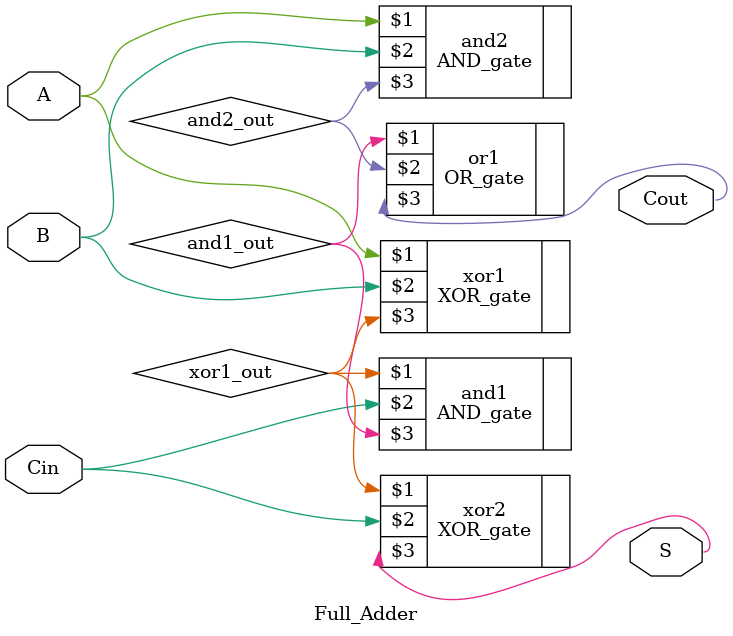
<source format=v>
module Full_Adder(
    input A,
    input B,
    input Cin,
    output S,
    output Cout
);

    wire xor1_out, and1_out, and2_out;

    // Structural modeling using the gates defined previously
    XOR_gate xor1(A, B, xor1_out);
    XOR_gate xor2(xor1_out, Cin, S);

    AND_gate and1(xor1_out, Cin, and1_out);
    AND_gate and2(A, B, and2_out);

    OR_gate or1(and1_out, and2_out, Cout);

endmodule

</source>
